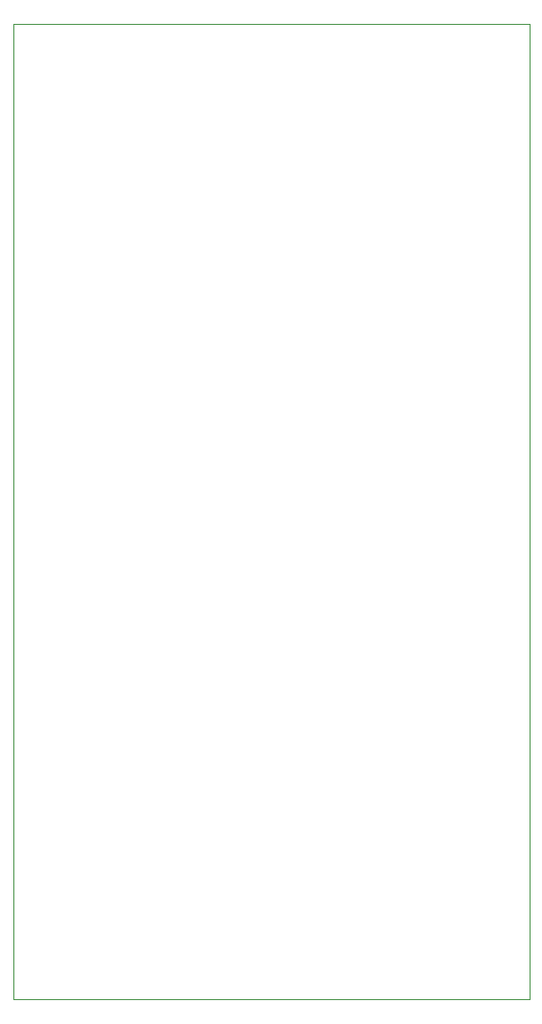
<source format=gbr>
%TF.GenerationSoftware,Altium Limited,Altium Designer,20.0.13 (296)*%
G04 Layer_Color=0*
%FSLAX26Y26*%
%MOIN*%
%TF.FileFunction,Profile,NP*%
%TF.Part,Single*%
G01*
G75*
%TA.AperFunction,Profile*%
%ADD42C,0.001000*%
D42*
X1800000D01*
Y3400000D01*
X0D01*
Y0D01*
%TF.MD5,d25a96034c7f0c018b381890633b756c*%
M02*

</source>
